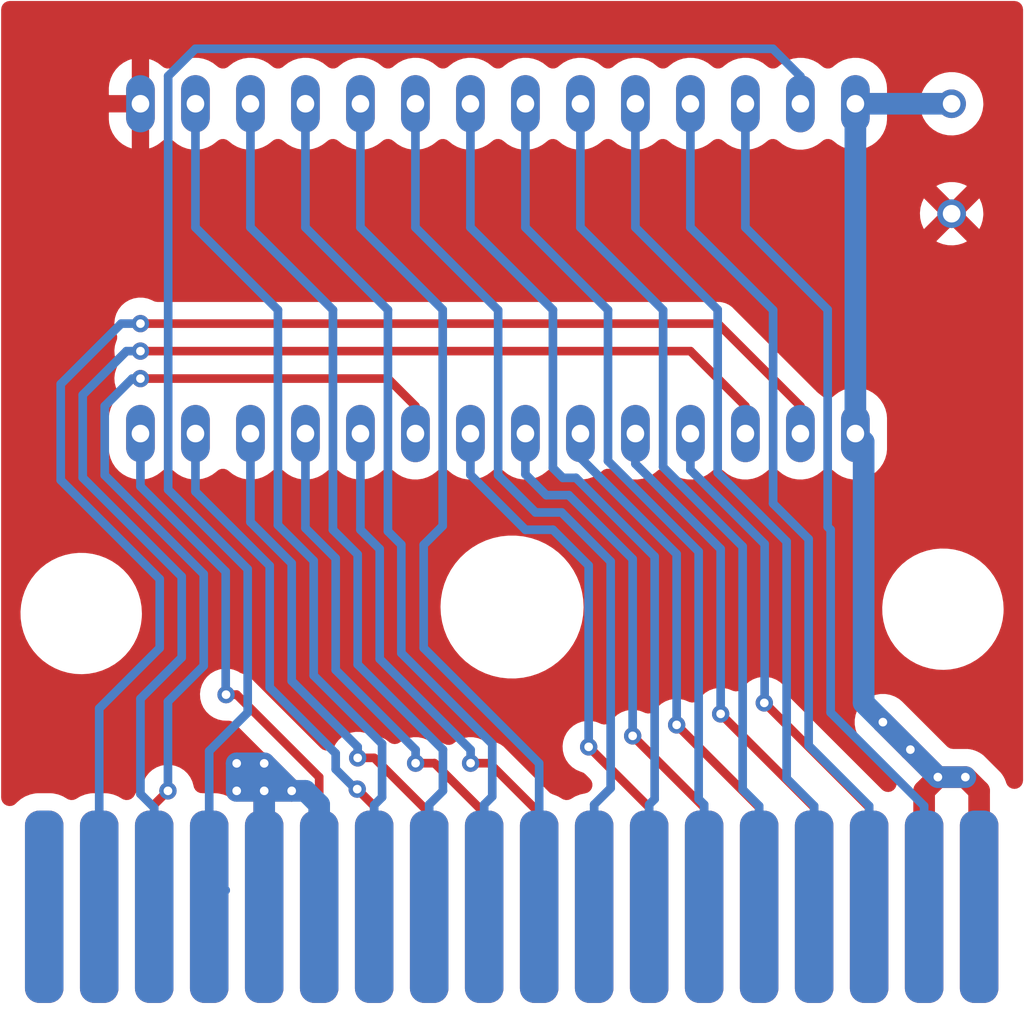
<source format=kicad_pcb>
(kicad_pcb (version 20211014) (generator pcbnew)
  (layers (0 "F.Cu" signal) (31 "B.Cu" signal) (34 "B.Paste" user) (35 "F.Paste" user) (36 "B.SilkS" user "B.Silkscreen") (37 "F.SilkS" user "F.Silkscreen") (38 "B.Mask" user) (39 "F.Mask" user) (44 "Edge.Cuts" user))
  (net 0 "")
  (net 1 "GND")
  (net 2 "V-D0")
  (net 3 "V-D1")
  (net 4 "V-D2")
  (net 5 "V-D3")
  (net 6 "V-D4")
  (net 7 "V-D5")
  (net 8 "V-D6")
  (net 9 "V-D7")
  (net 10 "V-A0")
  (net 11 "V-A1")
  (net 12 "V-A2")
  (net 13 "V-A3")
  (net 14 "V-A4")
  (net 15 "V-A5")
  (net 16 "V-A6")
  (net 17 "V-A7")
  (net 18 "V-A8")
  (net 19 "V-A9")
  (net 20 "V-A10")
  (net 21 "V-A11")
  (net 22 "V-A12")
  (net 23 "V-A13")
  (net 24 "V-A14")
  (net 25 "V-HALT")
  (net 26 "V-OE")
  (net 27 "V-CE")
  (net 28 "V-RW")
  (net 29 "V-CART")
  (net 30 "V-NMI")
  (net 31 "V-PB6")
  (net 32 "V-IRQ")
  (net 33 "+5V")
  (footprint "vectrex:EDGE-CONNECTOR" (layer "F.Cu") (at 153.67 114.5756 180)
    (fp_text reference "CON3" hide)
    (fp_text value "EDGE-CONNECTOR" hide)
    (pad "1" smd roundrect (at -25.4 0) (size 1.778 8.89) (layers "B.Cu" "B.Paste" "B.Mask") (roundrect_rratio 0.375) (net 25 "V-HALT"))
    (pad "2" smd roundrect (at -25.4 0) (size 1.778 8.89) (layers "F.Cu" "F.Paste" "F.Mask") (roundrect_rratio 0.375) (net 33 "+5V"))
    (pad "3" smd roundrect (at -22.86 0) (size 1.778 8.89) (layers "B.Cu" "B.Paste" "B.Mask") (roundrect_rratio 0.375) (net 17 "V-A7"))
    (pad "4" smd roundrect (at -22.86 0) (size 1.778 8.89) (layers "F.Cu" "F.Paste" "F.Mask") (roundrect_rratio 0.375) (net 33 "+5V"))
    (pad "5" smd roundrect (at -20.32 0) (size 1.778 8.89) (layers "B.Cu" "B.Paste" "B.Mask") (roundrect_rratio 0.375) (net 16 "V-A6"))
    (pad "6" smd roundrect (at -20.32 0) (size 1.778 8.89) (layers "F.Cu" "F.Paste" "F.Mask") (roundrect_rratio 0.375) (net 18 "V-A8"))
    (pad "7" smd roundrect (at -17.78 0) (size 1.778 8.89) (layers "B.Cu" "B.Paste" "B.Mask") (roundrect_rratio 0.375) (net 15 "V-A5"))
    (pad "8" smd roundrect (at -17.78 0) (size 1.778 8.89) (layers "F.Cu" "F.Paste" "F.Mask") (roundrect_rratio 0.375) (net 19 "V-A9"))
    (pad "9" smd roundrect (at -15.24 0) (size 1.778 8.89) (layers "B.Cu" "B.Paste" "B.Mask") (roundrect_rratio 0.375) (net 14 "V-A4"))
    (pad "10" smd roundrect (at -15.24 0) (size 1.778 8.89) (layers "F.Cu" "F.Paste" "F.Mask") (roundrect_rratio 0.375) (net 21 "V-A11"))
    (pad "11" smd roundrect (at -12.7 0) (size 1.778 8.89) (layers "B.Cu" "B.Paste" "B.Mask") (roundrect_rratio 0.375) (net 13 "V-A3"))
    (pad "12" smd roundrect (at -12.7 0) (size 1.778 8.89) (layers "F.Cu" "F.Paste" "F.Mask") (roundrect_rratio 0.375) (net 26 "V-OE"))
    (pad "13" smd roundrect (at -10.16 0) (size 1.778 8.89) (layers "B.Cu" "B.Paste" "B.Mask") (roundrect_rratio 0.375) (net 12 "V-A2"))
    (pad "14" smd roundrect (at -10.16 0) (size 1.778 8.89) (layers "F.Cu" "F.Paste" "F.Mask") (roundrect_rratio 0.375) (net 20 "V-A10"))
    (pad "15" smd roundrect (at -7.62 0) (size 1.778 8.89) (layers "B.Cu" "B.Paste" "B.Mask") (roundrect_rratio 0.375) (net 11 "V-A1"))
    (pad "16" smd roundrect (at -7.62 0) (size 1.778 8.89) (layers "F.Cu" "F.Paste" "F.Mask") (roundrect_rratio 0.375) (net 27 "V-CE"))
    (pad "17" smd roundrect (at -5.08 0) (size 1.778 8.89) (layers "B.Cu" "B.Paste" "B.Mask") (roundrect_rratio 0.375) (net 10 "V-A0"))
    (pad "18" smd roundrect (at -5.08 0) (size 1.778 8.89) (layers "F.Cu" "F.Paste" "F.Mask") (roundrect_rratio 0.375) (net 9 "V-D7"))
    (pad "19" smd roundrect (at -2.54 0) (size 1.778 8.89) (layers "B.Cu" "B.Paste" "B.Mask") (roundrect_rratio 0.375) (net 2 "V-D0"))
    (pad "20" smd roundrect (at -2.54 0) (size 1.778 8.89) (layers "F.Cu" "F.Paste" "F.Mask") (roundrect_rratio 0.375) (net 8 "V-D6"))
    (pad "21" smd roundrect (at 0 0) (size 1.778 8.89) (layers "B.Cu" "B.Paste" "B.Mask") (roundrect_rratio 0.375) (net 3 "V-D1"))
    (pad "22" smd roundrect (at 0 0) (size 1.778 8.89) (layers "F.Cu" "F.Paste" "F.Mask") (roundrect_rratio 0.375) (net 7 "V-D5"))
    (pad "23" smd roundrect (at 2.54 0) (size 1.778 8.89) (layers "B.Cu" "B.Paste" "B.Mask") (roundrect_rratio 0.375) (net 4 "V-D2"))
    (pad "24" smd roundrect (at 2.54 0) (size 1.778 8.89) (layers "F.Cu" "F.Paste" "F.Mask") (roundrect_rratio 0.375) (net 6 "V-D4"))
    (pad "25" smd roundrect (at 5.08 0) (size 1.778 8.89) (layers "B.Cu" "B.Paste" "B.Mask") (roundrect_rratio 0.375) (net 1 "GND"))
    (pad "26" smd roundrect (at 5.08 0) (size 1.778 8.89) (layers "F.Cu" "F.Paste" "F.Mask") (roundrect_rratio 0.375) (net 5 "V-D3"))
    (pad "27" smd roundrect (at 7.62 0) (size 1.778 8.89) (layers "B.Cu" "B.Paste" "B.Mask") (roundrect_rratio 0.375) (net 1 "GND"))
    (pad "28" smd roundrect (at 7.62 0) (size 1.778 8.89) (layers "F.Cu" "F.Paste" "F.Mask") (roundrect_rratio 0.375) (net 1 "GND"))
    (pad "29" smd roundrect (at 10.16 0) (size 1.778 8.89) (layers "B.Cu" "B.Paste" "B.Mask") (roundrect_rratio 0.375) (net 22 "V-A12"))
    (pad "30" smd roundrect (at 10.16 0) (size 1.778 8.89) (layers "F.Cu" "F.Paste" "F.Mask") (roundrect_rratio 0.375) (net 28 "V-RW"))
    (pad "31" smd roundrect (at 12.7 0) (size 1.778 8.89) (layers "B.Cu" "B.Paste" "B.Mask") (roundrect_rratio 0.375) (net 23 "V-A13"))
    (pad "32" smd roundrect (at 12.7 0) (size 1.778 8.89) (layers "F.Cu" "F.Paste" "F.Mask") (roundrect_rratio 0.375) (net 29 "V-CART"))
    (pad "33" smd roundrect (at 15.24 0) (size 1.778 8.89) (layers "B.Cu" "B.Paste" "B.Mask") (roundrect_rratio 0.375) (net 24 "V-A14"))
    (pad "34" smd roundrect (at 15.24 0) (size 1.778 8.89) (layers "F.Cu" "F.Paste" "F.Mask") (roundrect_rratio 0.375) (net 30 "V-NMI"))
    (pad "35" smd roundrect (at 17.78 0) (size 1.778 8.89) (layers "B.Cu" "B.Paste" "B.Mask") (roundrect_rratio 0.375) (net 31 "V-PB6"))
    (pad "36" smd roundrect (at 17.78 0) (size 1.778 8.89) (layers "F.Cu" "F.Paste" "F.Mask") (roundrect_rratio 0.375) (net 32 "V-IRQ"))
  )
  (footprint "" (layer "F.Cu") (at 177.398 100.8256 -90)
    (fp_text reference "@HOLE1" hide)
    (fp_text value "" (at 0 0 90) (layer "F.SilkS") (effects (font (size 1.27 1.27))))
    (pad "" np_thru_hole circle (at 0 0 270) (size 4 4) (drill 4) (layers *.Cu *.Mask))
  )
  (footprint "vectrex:C050-045X075" (layer "F.Cu") (at 177.8 80.01 -90)
    (fp_text reference "C1" hide)
    (fp_text value "100 n" hide)
    (pad "1" thru_hole circle (at -2.54 0 270) (size 1.3208 1.3208) (drill 0.8128) (layers *.Cu *.Mask) (net 33 "+5V"))
    (pad "2" thru_hole circle (at 2.54 0 270) (size 1.3208 1.3208) (drill 0.8128) (layers *.Cu *.Mask) (net 1 "GND"))
  )
  (footprint "vectrex:DIL28-6" (layer "F.Cu") (at 156.845 85.09 180)
    (fp_text reference "IC1" hide)
    (fp_text value "" hide)
    (pad "1" thru_hole oval (at -16.51 7.62 270) (size 2.6416 1.3208) (drill 0.8128) (layers *.Cu *.Mask) (net 33 "+5V"))
    (pad "2" thru_hole oval (at -13.97 7.62 270) (size 2.6416 1.3208) (drill 0.8128) (layers *.Cu *.Mask) (net 22 "V-A12"))
    (pad "3" thru_hole oval (at -11.43 7.62 270) (size 2.6416 1.3208) (drill 0.8128) (layers *.Cu *.Mask) (net 17 "V-A7"))
    (pad "4" thru_hole oval (at -8.89 7.62 270) (size 2.6416 1.3208) (drill 0.8128) (layers *.Cu *.Mask) (net 16 "V-A6"))
    (pad "5" thru_hole oval (at -6.35 7.62 270) (size 2.6416 1.3208) (drill 0.8128) (layers *.Cu *.Mask) (net 15 "V-A5"))
    (pad "6" thru_hole oval (at -3.81 7.62 270) (size 2.6416 1.3208) (drill 0.8128) (layers *.Cu *.Mask) (net 14 "V-A4"))
    (pad "7" thru_hole oval (at -1.27 7.62 270) (size 2.6416 1.3208) (drill 0.8128) (layers *.Cu *.Mask) (net 13 "V-A3"))
    (pad "8" thru_hole oval (at 1.27 7.62 270) (size 2.6416 1.3208) (drill 0.8128) (layers *.Cu *.Mask) (net 12 "V-A2"))
    (pad "9" thru_hole oval (at 3.81 7.62 270) (size 2.6416 1.3208) (drill 0.8128) (layers *.Cu *.Mask) (net 11 "V-A1"))
    (pad "10" thru_hole oval (at 6.35 7.62 270) (size 2.6416 1.3208) (drill 0.8128) (layers *.Cu *.Mask) (net 10 "V-A0"))
    (pad "11" thru_hole oval (at 8.89 7.62 270) (size 2.6416 1.3208) (drill 0.8128) (layers *.Cu *.Mask) (net 2 "V-D0"))
    (pad "12" thru_hole oval (at 11.43 7.62 270) (size 2.6416 1.3208) (drill 0.8128) (layers *.Cu *.Mask) (net 3 "V-D1"))
    (pad "13" thru_hole oval (at 13.97 7.62 270) (size 2.6416 1.3208) (drill 0.8128) (layers *.Cu *.Mask) (net 4 "V-D2"))
    (pad "14" thru_hole oval (at 16.51 7.62 270) (size 2.6416 1.3208) (drill 0.8128) (layers *.Cu *.Mask) (net 1 "GND"))
    (pad "15" thru_hole oval (at 16.51 -7.62 270) (size 2.6416 1.3208) (drill 0.8128) (layers *.Cu *.Mask) (net 5 "V-D3"))
    (pad "16" thru_hole oval (at 13.97 -7.62 270) (size 2.6416 1.3208) (drill 0.8128) (layers *.Cu *.Mask) (net 6 "V-D4"))
    (pad "17" thru_hole oval (at 11.43 -7.62 270) (size 2.6416 1.3208) (drill 0.8128) (layers *.Cu *.Mask) (net 7 "V-D5"))
    (pad "18" thru_hole oval (at 8.89 -7.62 270) (size 2.6416 1.3208) (drill 0.8128) (layers *.Cu *.Mask) (net 8 "V-D6"))
    (pad "19" thru_hole oval (at 6.35 -7.62 270) (size 2.6416 1.3208) (drill 0.8128) (layers *.Cu *.Mask) (net 9 "V-D7"))
    (pad "20" thru_hole oval (at 3.81 -7.62 270) (size 2.6416 1.3208) (drill 0.8128) (layers *.Cu *.Mask) (net 29 "V-CART"))
    (pad "21" thru_hole oval (at 1.27 -7.62 270) (size 2.6416 1.3208) (drill 0.8128) (layers *.Cu *.Mask) (net 20 "V-A10"))
    (pad "22" thru_hole oval (at -1.27 -7.62 270) (size 2.6416 1.3208) (drill 0.8128) (layers *.Cu *.Mask) (net 26 "V-OE"))
    (pad "23" thru_hole oval (at -3.81 -7.62 270) (size 2.6416 1.3208) (drill 0.8128) (layers *.Cu *.Mask) (net 21 "V-A11"))
    (pad "24" thru_hole oval (at -6.35 -7.62 270) (size 2.6416 1.3208) (drill 0.8128) (layers *.Cu *.Mask) (net 19 "V-A9"))
    (pad "25" thru_hole oval (at -8.89 -7.62 270) (size 2.6416 1.3208) (drill 0.8128) (layers *.Cu *.Mask) (net 18 "V-A8"))
    (pad "26" thru_hole oval (at -11.43 -7.62 270) (size 2.6416 1.3208) (drill 0.8128) (layers *.Cu *.Mask) (net 23 "V-A13"))
    (pad "27" thru_hole oval (at -13.97 -7.62 270) (size 2.6416 1.3208) (drill 0.8128) (layers *.Cu *.Mask) (net 24 "V-A14"))
    (pad "28" thru_hole oval (at -16.51 -7.62 270) (size 2.6416 1.3208) (drill 0.8128) (layers *.Cu *.Mask) (net 33 "+5V"))
  )
  (footprint "" (layer "F.Cu") (at 157.498 100.7256 -90)
    (fp_text reference "@HOLE0" hide)
    (fp_text value "" (at 0 0 90) (layer "F.SilkS") (effects (font (size 1.27 1.27))))
    (pad "" np_thru_hole circle (at 0 0 270) (size 5 5) (drill 5) (layers *.Cu *.Mask))
  )
  (footprint "" (layer "F.Cu") (at 137.598 101.0256 -90)
    (fp_text reference "@HOLE2" hide)
    (fp_text value "" (at 0 0 90) (layer "F.SilkS") (effects (font (size 1.27 1.27))))
    (pad "" np_thru_hole circle (at 0 0 270) (size 4 4) (drill 4) (layers *.Cu *.Mask))
  )
  (segment (start 144.78 107.95) (end 146.05 109.22) (width 1) (layer "F.Cu") (net 1))
  (segment (start 146.05 109.22) (end 146.05 107.95) (width 1) (layer "F.Cu") (net 1))
  (segment (start 146.05 107.95) (end 147.32 109.22) (width 1) (layer "F.Cu") (net 1))
  (segment (start 146.05 109.22) (end 147.32 109.22) (width 1) (layer "F.Cu") (net 1))
  (segment (start 146.05 109.22) (end 146.05 114.5756) (width 1) (layer "F.Cu") (net 1))
  (segment (start 146.05 109.22) (end 144.78 109.22) (width 1) (layer "F.Cu") (net 1))
  (via (at 144.78 109.22) (size 0.8) (drill 0.4) (layers "F.Cu" "B.Cu") (net 1))
  (via (at 144.78 107.95) (size 0.8) (drill 0.4) (layers "F.Cu" "B.Cu") (net 1))
  (via (at 147.32 109.22) (size 0.8) (drill 0.4) (layers "F.Cu" "B.Cu") (net 1))
  (via (at 146.05 109.22) (size 0.8) (drill 0.4) (layers "F.Cu" "B.Cu") (net 1))
  (via (at 146.05 107.95) (size 0.8) (drill 0.4) (layers "F.Cu" "B.Cu") (net 1))
  (segment (start 144.78 109.22) (end 144.78 107.95) (width 1) (layer "B.Cu") (net 1))
  (segment (start 148.59 109.855) (end 148.59 114.5756) (width 1) (layer "B.Cu") (net 1))
  (segment (start 146.05 109.22) (end 144.78 109.22) (width 1) (layer "B.Cu") (net 1))
  (segment (start 146.05 107.95) (end 147.32 109.22) (width 1) (layer "B.Cu") (net 1))
  (segment (start 144.78 107.95) (end 146.05 107.95) (width 1) (layer "B.Cu") (net 1))
  (segment (start 146.05 114.5756) (end 146.05 109.22) (width 1) (layer "B.Cu") (net 1))
  (segment (start 148.59 109.855) (end 147.955 109.22) (width 1) (layer "B.Cu") (net 1))
  (segment (start 147.32 109.22) (end 146.05 109.22) (width 1) (layer "B.Cu") (net 1))
  (segment (start 146.05 107.95) (end 146.05 109.22) (width 1) (layer "B.Cu") (net 1))
  (segment (start 147.955 109.22) (end 147.32 109.22) (width 1) (layer "B.Cu") (net 1))
  (segment (start 144.78 107.95) (end 146.05 109.22) (width 1) (layer "B.Cu") (net 1))
  (segment (start 152.383511 102.853511) (end 156.582765 107.052765) (width 0.4) (layer "B.Cu") (net 2))
  (segment (start 151.765 86.995) (end 151.765 97.224654) (width 0.4) (layer "B.Cu") (net 2))
  (segment (start 156.21 109.855) (end 156.21 114.5756) (width 0.4) (layer "B.Cu") (net 2))
  (segment (start 156.582765 109.482235) (end 156.21 109.855) (width 0.4) (layer "B.Cu") (net 2))
  (segment (start 151.765 97.224654) (end 152.383511 97.843165) (width 0.4) (layer "B.Cu") (net 2))
  (segment (start 147.955 83.185) (end 151.765 86.995) (width 0.4) (layer "B.Cu") (net 2))
  (segment (start 156.582765 107.052765) (end 156.582765 109.482235) (width 0.4) (layer "B.Cu") (net 2))
  (segment (start 147.955 77.47) (end 147.955 83.185) (width 0.4) (layer "B.Cu") (net 2))
  (segment (start 152.383511 97.843165) (end 152.383511 102.853511) (width 0.4) (layer "B.Cu") (net 2))
  (segment (start 150.368 103.378) (end 154.305 107.315) (width 0.4) (layer "B.Cu") (net 3))
  (segment (start 149.225 86.995) (end 149.225 97.155) (width 0.4) (layer "B.Cu") (net 3))
  (segment (start 145.415 83.185) (end 149.225 86.995) (width 0.4) (layer "B.Cu") (net 3))
  (segment (start 154.305 107.315) (end 154.305 109.22) (width 0.4) (layer "B.Cu") (net 3))
  (segment (start 150.368 98.298) (end 150.368 103.378) (width 0.4) (layer "B.Cu") (net 3))
  (segment (start 154.305 109.22) (end 153.67 109.855) (width 0.4) (layer "B.Cu") (net 3))
  (segment (start 149.225 97.155) (end 150.368 98.298) (width 0.4) (layer "B.Cu") (net 3))
  (segment (start 153.67 109.855) (end 153.67 114.5756) (width 0.4) (layer "B.Cu") (net 3))
  (segment (start 145.415 77.47) (end 145.415 83.185) (width 0.4) (layer "B.Cu") (net 3))
  (segment (start 142.875 77.47) (end 142.875 83.185) (width 0.4) (layer "B.Cu") (net 4))
  (segment (start 148.336 98.588924) (end 148.336 103.886) (width 0.4) (layer "B.Cu") (net 4))
  (segment (start 151.494511 109.512749) (end 151.13 109.87726) (width 0.4) (layer "B.Cu") (net 4))
  (segment (start 148.336 103.886) (end 151.494511 107.044511) (width 0.4) (layer "B.Cu") (net 4))
  (segment (start 146.685 86.995) (end 146.685 96.937924) (width 0.4) (layer "B.Cu") (net 4))
  (segment (start 146.685 96.937924) (end 148.336 98.588924) (width 0.4) (layer "B.Cu") (net 4))
  (segment (start 151.13 109.87726) (end 151.13 114.5756) (width 0.4) (layer "B.Cu") (net 4))
  (segment (start 151.494511 107.044511) (end 151.494511 109.512749) (width 0.4) (layer "B.Cu") (net 4))
  (segment (start 142.875 83.185) (end 146.685 86.995) (width 0.4) (layer "B.Cu") (net 4))
  (segment (start 144.2885 104.775) (end 144.78 104.775) (width 0.4) (layer "F.Cu") (net 5))
  (segment (start 148.59 108.585) (end 148.59 114.5756) (width 0.4) (layer "F.Cu") (net 5))
  (segment (start 144.78 104.775) (end 148.59 108.585) (width 0.4) (layer "F.Cu") (net 5))
  (via (at 144.2885 104.775) (size 0.8) (drill 0.4) (layers "F.Cu" "B.Cu") (net 5))
  (segment (start 144.2885 104.775) (end 144.272 104.7585) (width 0.4) (layer "B.Cu") (net 5))
  (segment (start 140.335 95.152195) (end 140.335 92.71) (width 0.4) (layer "B.Cu") (net 5))
  (segment (start 144.272 99.089195) (end 140.335 95.152195) (width 0.4) (layer "B.Cu") (net 5))
  (segment (start 144.272 104.7585) (end 144.272 99.089195) (width 0.4) (layer "B.Cu") (net 5))
  (segment (start 151.13 109.92402) (end 151.13 114.5756) (width 0.4) (layer "F.Cu") (net 6))
  (segment (start 150.34622 109.14024) (end 151.13 109.92402) (width 0.4) (layer "F.Cu") (net 6))
  (via (at 150.34622 109.14024) (size 0.8) (drill 0.4) (layers "F.Cu" "B.Cu") (net 6))
  (segment (start 149.352 108.220523) (end 149.352 107.489011) (width 0.4) (layer "B.Cu") (net 6))
  (segment (start 150.271717 109.14024) (end 149.352 108.220523) (width 0.4) (layer "B.Cu") (net 6))
  (segment (start 142.875 95.389308) (end 142.875 92.71) (width 0.4) (layer "B.Cu") (net 6))
  (segment (start 146.304 98.818308) (end 142.875 95.389308) (width 0.4) (layer "B.Cu") (net 6))
  (segment (start 146.304 104.441011) (end 146.304 98.818308) (width 0.4) (layer "B.Cu") (net 6))
  (segment (start 149.352 107.489011) (end 146.304 104.441011) (width 0.4) (layer "B.Cu") (net 6))
  (segment (start 150.34622 109.14024) (end 150.271717 109.14024) (width 0.4) (layer "B.Cu") (net 6))
  (segment (start 150.368 107.696) (end 151.13 107.696) (width 0.4) (layer "F.Cu") (net 7))
  (segment (start 153.67 110.236) (end 153.67 114.5756) (width 0.4) (layer "F.Cu") (net 7))
  (segment (start 151.13 107.696) (end 153.67 110.236) (width 0.4) (layer "F.Cu") (net 7))
  (via (at 150.368 107.696) (size 0.8) (drill 0.4) (layers "F.Cu" "B.Cu") (net 7))
  (segment (start 145.415 96.798616) (end 145.415 92.71) (width 0.4) (layer "B.Cu") (net 7))
  (segment (start 150.368 107.188) (end 147.32 104.14) (width 0.4) (layer "B.Cu") (net 7))
  (segment (start 150.368 107.696) (end 150.368 107.188) (width 0.4) (layer "B.Cu") (net 7))
  (segment (start 147.32 104.14) (end 147.32 98.703616) (width 0.4) (layer "B.Cu") (net 7))
  (segment (start 147.32 98.703616) (end 145.415 96.798616) (width 0.4) (layer "B.Cu") (net 7))
  (segment (start 153.043254 107.941746) (end 153.915746 107.941746) (width 0.4) (layer "F.Cu") (net 8))
  (segment (start 156.21 110.236) (end 156.21 114.5756) (width 0.4) (layer "F.Cu") (net 8))
  (segment (start 153.915746 107.941746) (end 156.21 110.236) (width 0.4) (layer "F.Cu") (net 8))
  (via (at 153.043254 107.941746) (size 0.8) (drill 0.4) (layers "F.Cu" "B.Cu") (net 8))
  (segment (start 153.043254 107.323254) (end 149.352 103.632) (width 0.4) (layer "B.Cu") (net 8))
  (segment (start 147.955 97.077232) (end 147.955 92.71) (width 0.4) (layer "B.Cu") (net 8))
  (segment (start 149.352 98.474232) (end 147.955 97.077232) (width 0.4) (layer "B.Cu") (net 8))
  (segment (start 153.043254 107.941746) (end 153.043254 107.323254) (width 0.4) (layer "B.Cu") (net 8))
  (segment (start 149.352 103.632) (end 149.352 98.474232) (width 0.4) (layer "B.Cu") (net 8))
  (segment (start 155.583254 107.941746) (end 156.455746 107.941746) (width 0.4) (layer "F.Cu") (net 9))
  (segment (start 158.75 110.236) (end 158.75 114.5756) (width 0.4) (layer "F.Cu") (net 9))
  (segment (start 156.455746 107.941746) (end 158.75 110.236) (width 0.4) (layer "F.Cu") (net 9))
  (via (at 155.583254 107.941746) (size 0.8) (drill 0.4) (layers "F.Cu" "B.Cu") (net 9))
  (segment (start 155.583254 107.941746) (end 155.583254 107.323254) (width 0.4) (layer "B.Cu") (net 9))
  (segment (start 151.384 103.124) (end 151.384 98.044) (width 0.4) (layer "B.Cu") (net 9))
  (segment (start 155.583254 107.323254) (end 151.384 103.124) (width 0.4) (layer "B.Cu") (net 9))
  (segment (start 150.495 97.155) (end 150.495 92.71) (width 0.4) (layer "B.Cu") (net 9))
  (segment (start 151.384 98.044) (end 150.495 97.155) (width 0.4) (layer "B.Cu") (net 9))
  (segment (start 153.416 102.616) (end 158.75 107.95) (width 0.4) (layer "B.Cu") (net 10))
  (segment (start 153.416 97.8535) (end 153.416 102.616) (width 0.4) (layer "B.Cu") (net 10))
  (segment (start 158.75 107.95) (end 158.75 114.5756) (width 0.4) (layer "B.Cu") (net 10))
  (segment (start 150.495 83.185) (end 154.29492 86.98492) (width 0.4) (layer "B.Cu") (net 10))
  (segment (start 150.495 77.47) (end 150.495 83.185) (width 0.4) (layer "B.Cu") (net 10))
  (segment (start 154.29492 96.97458) (end 153.416 97.8535) (width 0.4) (layer "B.Cu") (net 10))
  (segment (start 154.29492 86.98492) (end 154.29492 96.97458) (width 0.4) (layer "B.Cu") (net 10))
  (segment (start 162.052 98.621654) (end 162.052 109.093) (width 0.4) (layer "B.Cu") (net 11))
  (segment (start 162.052 109.093) (end 161.29 109.855) (width 0.4) (layer "B.Cu") (net 11))
  (segment (start 159.785826 96.35548) (end 162.052 98.621654) (width 0.4) (layer "B.Cu") (net 11))
  (segment (start 158.58548 96.35548) (end 159.785826 96.35548) (width 0.4) (layer "B.Cu") (net 11))
  (segment (start 156.85508 87.00508) (end 156.85508 94.62508) (width 0.4) (layer "B.Cu") (net 11))
  (segment (start 153.035 83.185) (end 156.85508 87.00508) (width 0.4) (layer "B.Cu") (net 11))
  (segment (start 161.29 109.855) (end 161.29 114.5756) (width 0.4) (layer "B.Cu") (net 11))
  (segment (start 156.85508 94.62508) (end 158.58548 96.35548) (width 0.4) (layer "B.Cu") (net 11))
  (segment (start 153.035 77.47) (end 153.035 83.185) (width 0.4) (layer "B.Cu") (net 11))
  (segment (start 163.83 109.855) (end 163.83 114.5756) (width 0.4) (layer "B.Cu") (net 12))
  (segment (start 159.385 94.2975) (end 159.84394 94.75644) (width 0.4) (layer "B.Cu") (net 12))
  (segment (start 159.84394 94.75644) (end 160.44817 94.75644) (width 0.4) (layer "B.Cu") (net 12))
  (segment (start 160.44817 94.75644) (end 164.084 98.39227) (width 0.4) (layer "B.Cu") (net 12))
  (segment (start 164.084 98.39227) (end 164.084 109.601) (width 0.4) (layer "B.Cu") (net 12))
  (segment (start 164.084 109.601) (end 163.83 109.855) (width 0.4) (layer "B.Cu") (net 12))
  (segment (start 155.575 77.47) (end 155.575 83.185) (width 0.4) (layer "B.Cu") (net 12))
  (segment (start 159.385 86.995) (end 159.385 94.2975) (width 0.4) (layer "B.Cu") (net 12))
  (segment (start 155.575 83.185) (end 159.385 86.995) (width 0.4) (layer "B.Cu") (net 12))
  (segment (start 166.116 109.601) (end 166.37 109.855) (width 0.4) (layer "B.Cu") (net 13))
  (segment (start 166.37 109.855) (end 166.37 114.5756) (width 0.4) (layer "B.Cu") (net 13))
  (segment (start 158.115 77.47) (end 158.115 83.185) (width 0.4) (layer "B.Cu") (net 13))
  (segment (start 166.116 98.162886) (end 166.116 109.601) (width 0.4) (layer "B.Cu") (net 13))
  (segment (start 158.115 83.185) (end 161.929057 86.999057) (width 0.4) (layer "B.Cu") (net 13))
  (segment (start 161.929057 86.999057) (end 161.929057 93.975943) (width 0.4) (layer "B.Cu") (net 13))
  (segment (start 161.929057 93.975943) (end 166.116 98.162886) (width 0.4) (layer "B.Cu") (net 13))
  (segment (start 164.47508 87.00508) (end 164.47508 94.256388) (width 0.4) (layer "B.Cu") (net 14))
  (segment (start 168.148 109.1565) (end 168.91 109.9185) (width 0.4) (layer "B.Cu") (net 14))
  (segment (start 160.655 83.185) (end 164.47508 87.00508) (width 0.4) (layer "B.Cu") (net 14))
  (segment (start 168.148 97.929308) (end 168.148 109.1565) (width 0.4) (layer "B.Cu") (net 14))
  (segment (start 160.655 77.47) (end 160.655 83.185) (width 0.4) (layer "B.Cu") (net 14))
  (segment (start 168.91 109.9185) (end 168.91 114.5756) (width 0.4) (layer "B.Cu") (net 14))
  (segment (start 164.47508 94.256388) (end 168.148 97.929308) (width 0.4) (layer "B.Cu") (net 14))
  (segment (start 166.99492 94.514844) (end 170.18 97.699924) (width 0.4) (layer "B.Cu") (net 15))
  (segment (start 170.18 108.6485) (end 171.45 109.9185) (width 0.4) (layer "B.Cu") (net 15))
  (segment (start 166.99492 86.98492) (end 166.99492 94.514844) (width 0.4) (layer "B.Cu") (net 15))
  (segment (start 170.18 97.699924) (end 170.18 108.6485) (width 0.4) (layer "B.Cu") (net 15))
  (segment (start 163.195 83.185) (end 166.99492 86.98492) (width 0.4) (layer "B.Cu") (net 15))
  (segment (start 163.195 77.47) (end 163.195 83.185) (width 0.4) (layer "B.Cu") (net 15))
  (segment (start 171.45 109.9185) (end 171.45 114.5756) (width 0.4) (layer "B.Cu") (net 15))
  (segment (start 165.735 83.185) (end 169.55508 87.00508) (width 0.4) (layer "B.Cu") (net 16))
  (segment (start 169.55508 95.944312) (end 171.196 97.585232) (width 0.4) (layer "B.Cu") (net 16))
  (segment (start 171.196 97.585232) (end 171.196 107.1245) (width 0.4) (layer "B.Cu") (net 16))
  (segment (start 173.99 109.9185) (end 173.99 114.5756) (width 0.4) (layer "B.Cu") (net 16))
  (segment (start 169.55508 87.00508) (end 169.55508 95.944312) (width 0.4) (layer "B.Cu") (net 16))
  (segment (start 165.735 77.47) (end 165.735 83.185) (width 0.4) (layer "B.Cu") (net 16))
  (segment (start 171.196 107.1245) (end 173.99 109.9185) (width 0.4) (layer "B.Cu") (net 16))
  (segment (start 172.212 97.155) (end 172.212 105.6005) (width 0.4) (layer "B.Cu") (net 17))
  (segment (start 168.275 77.47) (end 168.275 83.185) (width 0.4) (layer "B.Cu") (net 17))
  (segment (start 172.07492 86.98492) (end 172.07492 97.01792) (width 0.4) (layer "B.Cu") (net 17))
  (segment (start 168.275 83.185) (end 172.07492 86.98492) (width 0.4) (layer "B.Cu") (net 17))
  (segment (start 176.53 109.9185) (end 176.53 114.5756) (width 0.4) (layer "B.Cu") (net 17))
  (segment (start 172.07492 97.01792) (end 172.212 97.155) (width 0.4) (layer "B.Cu") (net 17))
  (segment (start 172.212 105.6005) (end 176.53 109.9185) (width 0.4) (layer "B.Cu") (net 17))
  (segment (start 173.99 109.982) (end 173.99 114.5756) (width 0.4) (layer "F.Cu") (net 18))
  (segment (start 169.164 105.156) (end 173.99 109.982) (width 0.4) (layer "F.Cu") (net 18))
  (segment (start 169.1475 105.156) (end 169.164 105.156) (width 0.4) (layer "F.Cu") (net 18))
  (via (at 169.1475 105.156) (size 0.8) (drill 0.4) (layers "F.Cu" "B.Cu") (net 18))
  (segment (start 169.1475 105.156) (end 169.164 105.1395) (width 0.4) (layer "B.Cu") (net 18))
  (segment (start 165.735 94.385616) (end 165.735 92.71) (width 0.4) (layer "B.Cu") (net 18))
  (segment (start 169.164 97.814616) (end 165.735 94.385616) (width 0.4) (layer "B.Cu") (net 18))
  (segment (start 169.164 105.1395) (end 169.164 97.814616) (width 0.4) (layer "B.Cu") (net 18))
  (segment (start 171.45 109.982) (end 171.45 114.5756) (width 0.4) (layer "F.Cu") (net 19))
  (segment (start 167.132 105.664) (end 171.45 109.982) (width 0.4) (layer "F.Cu") (net 19))
  (via (at 167.132 105.664) (size 0.8) (drill 0.4) (layers "F.Cu" "B.Cu") (net 19))
  (segment (start 167.132 98.044) (end 163.195 94.107) (width 0.4) (layer "B.Cu") (net 19))
  (segment (start 167.132 105.664) (end 167.132 98.044) (width 0.4) (layer "B.Cu") (net 19))
  (segment (start 163.195 94.107) (end 163.195 92.71) (width 0.4) (layer "B.Cu") (net 19))
  (segment (start 161.036 107.188) (end 163.83 109.982) (width 0.4) (layer "F.Cu") (net 20))
  (segment (start 163.83 109.982) (end 163.83 114.5756) (width 0.4) (layer "F.Cu") (net 20))
  (via (at 161.036 107.188) (size 0.8) (drill 0.4) (layers "F.Cu" "B.Cu") (net 20))
  (segment (start 158.115 97.155) (end 155.575 94.615) (width 0.4) (layer "B.Cu") (net 20))
  (segment (start 159.385 97.155) (end 158.115 97.155) (width 0.4) (layer "B.Cu") (net 20))
  (segment (start 161.036 98.806) (end 159.385 97.155) (width 0.4) (layer "B.Cu") (net 20))
  (segment (start 161.036 107.188) (end 161.036 98.806) (width 0.4) (layer "B.Cu") (net 20))
  (segment (start 155.575 94.615) (end 155.575 92.71) (width 0.4) (layer "B.Cu") (net 20))
  (segment (start 168.91 109.982) (end 168.91 114.5756) (width 0.4) (layer "F.Cu") (net 21))
  (segment (start 165.1 106.172) (end 168.91 109.982) (width 0.4) (layer "F.Cu") (net 21))
  (via (at 165.1 106.172) (size 0.8) (drill 0.4) (layers "F.Cu" "B.Cu") (net 21))
  (segment (start 160.655 93.832578) (end 160.655 92.71) (width 0.4) (layer "B.Cu") (net 21))
  (segment (start 165.1 106.172) (end 165.1 98.277578) (width 0.4) (layer "B.Cu") (net 21))
  (segment (start 165.1 98.277578) (end 160.655 93.832578) (width 0.4) (layer "B.Cu") (net 21))
  (segment (start 145.288 105.6005) (end 145.288 98.974503) (width 0.4) (layer "B.Cu") (net 22))
  (segment (start 170.815 76.2) (end 170.815 77.47) (width 0.4) (layer "B.Cu") (net 22))
  (segment (start 143.51 114.5756) (end 143.51 107.3785) (width 0.4) (layer "B.Cu") (net 22))
  (segment (start 169.545 74.93) (end 170.815 76.2) (width 0.4) (layer "B.Cu") (net 22))
  (segment (start 141.61508 76.18992) (end 142.875 74.93) (width 0.4) (layer "B.Cu") (net 22))
  (segment (start 145.288 98.974503) (end 141.61508 95.301583) (width 0.4) (layer "B.Cu") (net 22))
  (segment (start 141.61508 95.301583) (end 141.61508 76.18992) (width 0.4) (layer "B.Cu") (net 22))
  (segment (start 142.875 74.93) (end 169.545 74.93) (width 0.4) (layer "B.Cu") (net 22))
  (segment (start 144.272 113.8136) (end 143.51 114.5756) (width 0.4) (layer "B.Cu") (net 22))
  (segment (start 143.68048 113.8136) (end 144.272 113.8136) (width 0.4) (layer "B.Cu") (net 22))
  (segment (start 143.51 107.3785) (end 145.288 105.6005) (width 0.4) (layer "B.Cu") (net 22))
  (segment (start 140.335 88.9) (end 165.735 88.9) (width 0.4) (layer "F.Cu") (net 23))
  (segment (start 168.275 91.44) (end 168.275 92.71) (width 0.4) (layer "F.Cu") (net 23))
  (segment (start 165.735 88.9) (end 168.275 91.44) (width 0.4) (layer "F.Cu") (net 23))
  (via (at 140.335 88.9) (size 0.8) (drill 0.4) (layers "F.Cu" "B.Cu") (net 23))
  (segment (start 137.668 94.746579) (end 142.24 99.318579) (width 0.4) (layer "B.Cu") (net 23))
  (segment (start 142.24 103.058392) (end 140.335 104.963392) (width 0.4) (layer "B.Cu") (net 23))
  (segment (start 140.335 109.363523) (end 140.97 109.998523) (width 0.4) (layer "B.Cu") (net 23))
  (segment (start 139.691738 88.9) (end 137.668 90.923738) (width 0.4) (layer "B.Cu") (net 23))
  (segment (start 142.24 99.318579) (end 142.24 103.058392) (width 0.4) (layer "B.Cu") (net 23))
  (segment (start 140.335 88.9) (end 139.691738 88.9) (width 0.4) (layer "B.Cu") (net 23))
  (segment (start 137.668 90.923738) (end 137.668 94.746579) (width 0.4) (layer "B.Cu") (net 23))
  (segment (start 140.97 109.998523) (end 140.97 114.5756) (width 0.4) (layer "B.Cu") (net 23))
  (segment (start 140.335 104.963392) (end 140.335 109.363523) (width 0.4) (layer "B.Cu") (net 23))
  (segment (start 167.005 87.63) (end 170.815 91.44) (width 0.4) (layer "F.Cu") (net 24))
  (segment (start 170.815 91.44) (end 170.815 92.71) (width 0.4) (layer "F.Cu") (net 24))
  (segment (start 140.335 87.63) (end 167.005 87.63) (width 0.4) (layer "F.Cu") (net 24))
  (via (at 140.335 87.63) (size 0.8) (drill 0.4) (layers "F.Cu" "B.Cu") (net 24))
  (segment (start 140.335 87.63) (end 139.446 87.63) (width 0.4) (layer "B.Cu") (net 24))
  (segment (start 141.224 99.433271) (end 141.224 102.616) (width 0.4) (layer "B.Cu") (net 24))
  (segment (start 141.224 102.616) (end 138.43 105.41) (width 0.4) (layer "B.Cu") (net 24))
  (segment (start 136.652 90.424) (end 136.652 94.861271) (width 0.4) (layer "B.Cu") (net 24))
  (segment (start 138.43 105.41) (end 138.43 114.5756) (width 0.4) (layer "B.Cu") (net 24))
  (segment (start 136.652 94.861271) (end 141.224 99.433271) (width 0.4) (layer "B.Cu") (net 24))
  (segment (start 139.446 87.63) (end 136.652 90.424) (width 0.4) (layer "B.Cu") (net 24))
  (segment (start 163.068 106.68) (end 166.37 109.982) (width 0.4) (layer "F.Cu") (net 26))
  (segment (start 166.37 109.982) (end 166.37 114.5756) (width 0.4) (layer "F.Cu") (net 26))
  (via (at 163.068 106.68) (size 0.8) (drill 0.4) (layers "F.Cu" "B.Cu") (net 26))
  (segment (start 158.115 94.59192) (end 158.115 92.71) (width 0.4) (layer "B.Cu") (net 26))
  (segment (start 163.068 98.506962) (end 160.116998 95.55596) (width 0.4) (layer "B.Cu") (net 26))
  (segment (start 160.116998 95.55596) (end 159.07904 95.55596) (width 0.4) (layer "B.Cu") (net 26))
  (segment (start 159.07904 95.55596) (end 158.115 94.59192) (width 0.4) (layer "B.Cu") (net 26))
  (segment (start 163.068 106.68) (end 163.068 98.506962) (width 0.4) (layer "B.Cu") (net 26))
  (segment (start 141.605 109.22) (end 140.97 109.855) (width 0.4) (layer "F.Cu") (net 29))
  (segment (start 153.035 91.44) (end 153.035 92.71) (width 0.4) (layer "F.Cu") (net 29))
  (segment (start 140.335 90.17) (end 151.765 90.17) (width 0.4) (layer "F.Cu") (net 29))
  (segment (start 140.97 109.855) (end 140.97 114.5756) (width 0.4) (layer "F.Cu") (net 29))
  (segment (start 151.765 90.17) (end 153.035 91.44) (width 0.4) (layer "F.Cu") (net 29))
  (via (at 140.335 90.17) (size 0.8) (drill 0.4) (layers "F.Cu" "B.Cu") (net 29))
  (via (at 141.605 109.22) (size 0.8) (drill 0.4) (layers "F.Cu" "B.Cu") (net 29))
  (segment (start 138.684 91.44) (end 139.954 90.17) (width 0.4) (layer "B.Cu") (net 29))
  (segment (start 143.256 99.203887) (end 138.684 94.631887) (width 0.4) (layer "B.Cu") (net 29))
  (segment (start 141.605 109.22) (end 141.605 105.0925) (width 0.4) (layer "B.Cu") (net 29))
  (segment (start 139.954 90.17) (end 140.335 90.17) (width 0.4) (layer "B.Cu") (net 29))
  (segment (start 141.605 105.0925) (end 143.256 103.4415) (width 0.4) (layer "B.Cu") (net 29))
  (segment (start 138.684 94.631887) (end 138.684 91.44) (width 0.4) (layer "B.Cu") (net 29))
  (segment (start 143.256 103.4415) (end 143.256 99.203887) (width 0.4) (layer "B.Cu") (net 29))
  (segment (start 176.53 109.22) (end 177.165 108.585) (width 1) (layer "F.Cu") (net 33))
  (segment (start 176.53 114.5756) (end 176.53 109.22) (width 1) (layer "F.Cu") (net 33))
  (segment (start 179.07 114.5832) (end 179.07 114.5756) (width 0.3048) (layer "F.Cu") (net 33))
  (segment (start 176.53 114.5832) (end 176.53 114.5756) (width 0.3048) (layer "F.Cu") (net 33))
  (segment (start 178.435 108.585) (end 179.07 109.22) (width 1) (layer "F.Cu") (net 33))
  (segment (start 174.625 106.045) (end 175.895 107.315) (width 1) (layer "F.Cu") (net 33))
  (segment (start 175.895 107.315) (end 177.165 108.585) (width 1) (layer "F.Cu") (net 33))
  (segment (start 179.07 109.22) (end 179.07 114.5756) (width 1) (layer "F.Cu") (net 33))
  (segment (start 177.165 108.585) (end 178.435 108.585) (width 1) (layer "F.Cu") (net 33))
  (via (at 178.435 108.585) (size 0.8) (drill 0.4) (layers "F.Cu" "B.Cu") (net 33))
  (via (at 174.625 106.045) (size 0.8) (drill 0.4) (layers "F.Cu" "B.Cu") (net 33))
  (via (at 177.165 108.585) (size 0.8) (drill 0.4) (layers "F.Cu" "B.Cu") (net 33))
  (via (at 175.895 107.315) (size 0.8) (drill 0.4) (layers "F.Cu" "B.Cu") (net 33))
  (segment (start 174.625 106.045) (end 175.895 107.315) (width 1) (layer "B.Cu") (net 33))
  (segment (start 177.165 108.585) (end 178.435 108.585) (width 1) (layer "B.Cu") (net 33))
  (segment (start 173.736 105.156) (end 174.625 106.045) (width 1) (layer "B.Cu") (net 33))
  (segment (start 173.355 77.47) (end 173.355 92.71) (width 1) (layer "B.Cu") (net 33))
  (segment (start 173.736 93.091) (end 173.736 105.156) (width 1) (layer "B.Cu") (net 33))
  (segment (start 173.355 92.71) (end 173.736 93.091) (width 1) (layer "B.Cu") (net 33))
  (segment (start 173.355 77.47) (end 177.8 77.47) (width 1) (layer "B.Cu") (net 33))
  (segment (start 175.895 107.315) (end 177.165 108.585) (width 1) (layer "B.Cu") (net 33))
  (zone (net 1) (net_name "GND") (layer "F.Cu") (connect_pads (clearance 0.8)) (min_thickness 0.8) (fill yes (thermal_gap 0.8) (thermal_bridge_width 0.8))
    (polygon (pts (xy 181.1 110.9) (xy 133.9 110.9) (xy 133.9 72.72) (xy 181.1 72.72)))
  )
)
</source>
